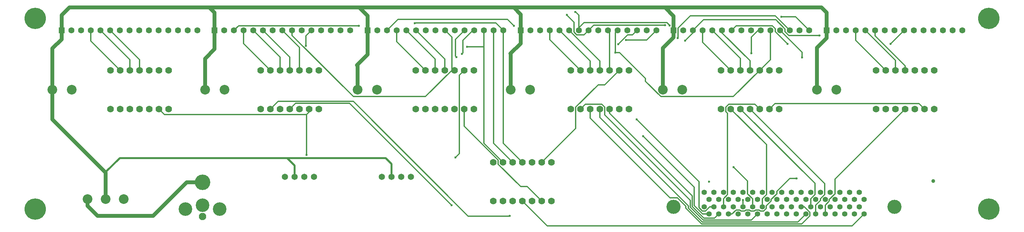
<source format=gbl>
%TF.GenerationSoftware,KiCad,Pcbnew,7.0.2-6a45011f42~172~ubuntu22.04.1*%
%TF.CreationDate,2023-06-12T08:45:28-07:00*%
%TF.ProjectId,arena,6172656e-612e-46b6-9963-61645f706362,rev?*%
%TF.SameCoordinates,Original*%
%TF.FileFunction,Copper,L4,Bot*%
%TF.FilePolarity,Positive*%
%FSLAX46Y46*%
G04 Gerber Fmt 4.6, Leading zero omitted, Abs format (unit mm)*
G04 Created by KiCad (PCBNEW 7.0.2-6a45011f42~172~ubuntu22.04.1) date 2023-06-12 08:45:28*
%MOMM*%
%LPD*%
G01*
G04 APERTURE LIST*
%TA.AperFunction,ComponentPad*%
%ADD10C,2.540000*%
%TD*%
%TA.AperFunction,ComponentPad*%
%ADD11R,1.600000X1.600000*%
%TD*%
%TA.AperFunction,ComponentPad*%
%ADD12C,1.600000*%
%TD*%
%TA.AperFunction,ComponentPad*%
%ADD13C,1.778000*%
%TD*%
%TA.AperFunction,ComponentPad*%
%ADD14C,1.651000*%
%TD*%
%TA.AperFunction,ComponentPad*%
%ADD15C,3.556000*%
%TD*%
%TA.AperFunction,ComponentPad*%
%ADD16C,1.930400*%
%TD*%
%TA.AperFunction,ComponentPad*%
%ADD17C,4.064000*%
%TD*%
%TA.AperFunction,ComponentPad*%
%ADD18C,1.400000*%
%TD*%
%TA.AperFunction,ComponentPad*%
%ADD19C,3.700000*%
%TD*%
%TA.AperFunction,ComponentPad*%
%ADD20C,5.600000*%
%TD*%
%TA.AperFunction,ViaPad*%
%ADD21C,0.600000*%
%TD*%
%TA.AperFunction,ViaPad*%
%ADD22C,1.000000*%
%TD*%
%TA.AperFunction,Conductor*%
%ADD23C,0.300000*%
%TD*%
%TA.AperFunction,Conductor*%
%ADD24C,1.000000*%
%TD*%
%TA.AperFunction,Conductor*%
%ADD25C,0.500000*%
%TD*%
G04 APERTURE END LIST*
D10*
%TO.P,C1,1*%
%TO.N,/VIN*%
X49530000Y-73660000D03*
%TO.P,C1,2*%
%TO.N,GND*%
X54610000Y-73660000D03*
%TD*%
%TO.P,C2,1*%
%TO.N,/VIN*%
X89535000Y-73660000D03*
%TO.P,C2,2*%
%TO.N,GND*%
X94615000Y-73660000D03*
%TD*%
%TO.P,C3,1*%
%TO.N,/VIN*%
X129540000Y-73660000D03*
%TO.P,C3,2*%
%TO.N,GND*%
X134620000Y-73660000D03*
%TD*%
%TO.P,C4,1*%
%TO.N,/VIN*%
X169672000Y-73660000D03*
%TO.P,C4,2*%
%TO.N,GND*%
X174752000Y-73660000D03*
%TD*%
%TO.P,C5,1*%
%TO.N,/VIN*%
X209550000Y-73660000D03*
%TO.P,C5,2*%
%TO.N,GND*%
X214630000Y-73660000D03*
%TD*%
D11*
%TO.P,P1,1*%
%TO.N,/VIN*%
X51970000Y-58100000D03*
D12*
%TO.P,P1,2*%
%TO.N,GND*%
X54510000Y-58100000D03*
%TO.P,P1,3*%
%TO.N,/RESET_PAN*%
X57050000Y-58100000D03*
%TO.P,P1,4*%
%TO.N,/SCK_0_5V*%
X59590000Y-58100000D03*
%TO.P,P1,5*%
%TO.N,/MOSI_0_5V*%
X62130000Y-58100000D03*
%TO.P,P1,6*%
%TO.N,/MISO_0_5V*%
X64670000Y-58100000D03*
%TO.P,P1,7*%
%TO.N,/CS_0_5V*%
X67210000Y-58100000D03*
%TO.P,P1,8*%
%TO.N,/CS_1_5V*%
X69750000Y-58100000D03*
%TO.P,P1,9*%
%TO.N,/CS_2_5V*%
X72290000Y-58100000D03*
%TO.P,P1,10*%
%TO.N,/CS_3_5V*%
X74830000Y-58100000D03*
%TO.P,P1,11*%
%TO.N,/CS_4_5V*%
X77370000Y-58100000D03*
%TO.P,P1,12*%
%TO.N,/CS_5_5V*%
X79910000Y-58100000D03*
%TO.P,P1,13*%
%TO.N,/CS_6_5V*%
X82450000Y-58100000D03*
%TO.P,P1,14*%
%TO.N,/CS_7_5V*%
X84990000Y-58100000D03*
%TO.P,P1,15*%
%TO.N,/EXT_INT_5V*%
X87530000Y-58100000D03*
%TD*%
D11*
%TO.P,P2,1*%
%TO.N,/VIN*%
X92070000Y-58100000D03*
D12*
%TO.P,P2,2*%
%TO.N,GND*%
X94610000Y-58100000D03*
%TO.P,P2,3*%
%TO.N,/RESET_PAN*%
X97150000Y-58100000D03*
%TO.P,P2,4*%
%TO.N,/SCK_1_5V*%
X99690000Y-58100000D03*
%TO.P,P2,5*%
%TO.N,/MOSI_1_5V*%
X102230000Y-58100000D03*
%TO.P,P2,6*%
%TO.N,/MISO_1_5V*%
X104770000Y-58100000D03*
%TO.P,P2,7*%
%TO.N,/CS_0_5V*%
X107310000Y-58100000D03*
%TO.P,P2,8*%
%TO.N,/CS_1_5V*%
X109850000Y-58100000D03*
%TO.P,P2,9*%
%TO.N,/CS_2_5V*%
X112390000Y-58100000D03*
%TO.P,P2,10*%
%TO.N,/CS_3_5V*%
X114930000Y-58100000D03*
%TO.P,P2,11*%
%TO.N,/CS_4_5V*%
X117470000Y-58100000D03*
%TO.P,P2,12*%
%TO.N,/CS_5_5V*%
X120010000Y-58100000D03*
%TO.P,P2,13*%
%TO.N,/CS_6_5V*%
X122550000Y-58100000D03*
%TO.P,P2,14*%
%TO.N,/CS_7_5V*%
X125090000Y-58100000D03*
%TO.P,P2,15*%
%TO.N,/EXT_INT_5V*%
X127630000Y-58100000D03*
%TD*%
D11*
%TO.P,P3,1*%
%TO.N,/VIN*%
X132170000Y-58100000D03*
D12*
%TO.P,P3,2*%
%TO.N,GND*%
X134710000Y-58100000D03*
%TO.P,P3,3*%
%TO.N,/RESET_PAN*%
X137250000Y-58100000D03*
%TO.P,P3,4*%
%TO.N,/SCK_2_5V*%
X139790000Y-58100000D03*
%TO.P,P3,5*%
%TO.N,/MOSI_2_5V*%
X142330000Y-58100000D03*
%TO.P,P3,6*%
%TO.N,/MISO_2_5V*%
X144870000Y-58100000D03*
%TO.P,P3,7*%
%TO.N,/CS_0_5V*%
X147410000Y-58100000D03*
%TO.P,P3,8*%
%TO.N,/CS_1_5V*%
X149950000Y-58100000D03*
%TO.P,P3,9*%
%TO.N,/CS_2_5V*%
X152490000Y-58100000D03*
%TO.P,P3,10*%
%TO.N,/CS_3_5V*%
X155030000Y-58100000D03*
%TO.P,P3,11*%
%TO.N,/CS_4_5V*%
X157570000Y-58100000D03*
%TO.P,P3,12*%
%TO.N,/CS_5_5V*%
X160110000Y-58100000D03*
%TO.P,P3,13*%
%TO.N,/CS_6_5V*%
X162650000Y-58100000D03*
%TO.P,P3,14*%
%TO.N,/CS_7_5V*%
X165190000Y-58100000D03*
%TO.P,P3,15*%
%TO.N,/EXT_INT_5V*%
X167730000Y-58100000D03*
%TD*%
D11*
%TO.P,P4,1*%
%TO.N,/VIN*%
X172300000Y-58100000D03*
D12*
%TO.P,P4,2*%
%TO.N,GND*%
X174840000Y-58100000D03*
%TO.P,P4,3*%
%TO.N,/RESET_PAN*%
X177380000Y-58100000D03*
%TO.P,P4,4*%
%TO.N,/SCK_3_5V*%
X179920000Y-58100000D03*
%TO.P,P4,5*%
%TO.N,/MOSI_3_5V*%
X182460000Y-58100000D03*
%TO.P,P4,6*%
%TO.N,/MISO_3_5V*%
X185000000Y-58100000D03*
%TO.P,P4,7*%
%TO.N,/CS_0_5V*%
X187540000Y-58100000D03*
%TO.P,P4,8*%
%TO.N,/CS_1_5V*%
X190080000Y-58100000D03*
%TO.P,P4,9*%
%TO.N,/CS_2_5V*%
X192620000Y-58100000D03*
%TO.P,P4,10*%
%TO.N,/CS_3_5V*%
X195160000Y-58100000D03*
%TO.P,P4,11*%
%TO.N,/CS_4_5V*%
X197700000Y-58100000D03*
%TO.P,P4,12*%
%TO.N,/CS_5_5V*%
X200240000Y-58100000D03*
%TO.P,P4,13*%
%TO.N,/CS_6_5V*%
X202780000Y-58100000D03*
%TO.P,P4,14*%
%TO.N,/CS_7_5V*%
X205320000Y-58100000D03*
%TO.P,P4,15*%
%TO.N,/EXT_INT_5V*%
X207860000Y-58100000D03*
%TD*%
D11*
%TO.P,P5,1*%
%TO.N,/VIN*%
X212370000Y-58100000D03*
D12*
%TO.P,P5,2*%
%TO.N,GND*%
X214910000Y-58100000D03*
%TO.P,P5,3*%
%TO.N,/RESET_PAN*%
X217450000Y-58100000D03*
%TO.P,P5,4*%
%TO.N,/SCK_4_5V*%
X219990000Y-58100000D03*
%TO.P,P5,5*%
%TO.N,/MOSI_4_5V*%
X222530000Y-58100000D03*
%TO.P,P5,6*%
%TO.N,/MISO_4_5V*%
X225070000Y-58100000D03*
%TO.P,P5,7*%
%TO.N,/CS_0_5V*%
X227610000Y-58100000D03*
%TO.P,P5,8*%
%TO.N,/CS_1_5V*%
X230150000Y-58100000D03*
%TO.P,P5,9*%
%TO.N,/CS_2_5V*%
X232690000Y-58100000D03*
%TO.P,P5,10*%
%TO.N,/CS_3_5V*%
X235230000Y-58100000D03*
%TO.P,P5,11*%
%TO.N,/CS_4_5V*%
X237770000Y-58100000D03*
%TO.P,P5,12*%
%TO.N,/CS_5_5V*%
X240310000Y-58100000D03*
%TO.P,P5,13*%
%TO.N,/CS_6_5V*%
X242850000Y-58100000D03*
%TO.P,P5,14*%
%TO.N,/CS_7_5V*%
X245390000Y-58100000D03*
%TO.P,P5,15*%
%TO.N,/EXT_INT_5V*%
X247930000Y-58100000D03*
%TD*%
D11*
%TO.P,P6,1*%
%TO.N,/VIN*%
X252470000Y-58100000D03*
D12*
%TO.P,P6,2*%
%TO.N,GND*%
X255010000Y-58100000D03*
%TO.P,P6,3*%
%TO.N,/RESET_PAN*%
X257550000Y-58100000D03*
%TO.P,P6,4*%
%TO.N,/SCK_5_5V*%
X260090000Y-58100000D03*
%TO.P,P6,5*%
%TO.N,/MOSI_5_5V*%
X262630000Y-58100000D03*
%TO.P,P6,6*%
%TO.N,/MISO_5_5V*%
X265170000Y-58100000D03*
%TO.P,P6,7*%
%TO.N,/CS_0_5V*%
X267710000Y-58100000D03*
%TO.P,P6,8*%
%TO.N,/CS_1_5V*%
X270250000Y-58100000D03*
%TO.P,P6,9*%
%TO.N,/CS_2_5V*%
X272790000Y-58100000D03*
%TO.P,P6,10*%
%TO.N,/CS_3_5V*%
X275330000Y-58100000D03*
%TO.P,P6,11*%
%TO.N,/CS_4_5V*%
X277870000Y-58100000D03*
%TO.P,P6,12*%
%TO.N,/CS_5_5V*%
X280410000Y-58100000D03*
%TO.P,P6,13*%
%TO.N,/CS_6_5V*%
X282950000Y-58100000D03*
%TO.P,P6,14*%
%TO.N,/CS_7_5V*%
X285490000Y-58100000D03*
%TO.P,P6,15*%
%TO.N,/EXT_INT_5V*%
X288030000Y-58100000D03*
%TD*%
D10*
%TO.P,SW1,1,A*%
%TO.N,/VIN_SW*%
X58750200Y-102400000D03*
%TO.P,SW1,2,B*%
%TO.N,/VIN*%
X63500000Y-102400000D03*
%TO.P,SW1,3,C*%
%TO.N,GND*%
X68249800Y-102400000D03*
%TD*%
D13*
%TO.P,U1,1,OE*%
%TO.N,unconnected-(U1-OE-Pad1)*%
X64770000Y-78740000D03*
%TO.P,U1,2,A1*%
%TO.N,/SCK_0_3V3*%
X67310000Y-78740000D03*
%TO.P,U1,3,A2*%
%TO.N,/MOSI_0_3V3*%
X69850000Y-78740000D03*
%TO.P,U1,4,A3*%
%TO.N,/MISO_0_3V3*%
X72390000Y-78740000D03*
%TO.P,U1,5,A4*%
%TO.N,/CS_0_3V3*%
X74930000Y-78740000D03*
%TO.P,U1,6,LV*%
%TO.N,/3V3*%
X77470000Y-78740000D03*
%TO.P,U1,7,GND*%
%TO.N,GND*%
X80010000Y-78740000D03*
%TO.P,U1,8,GND*%
X80010000Y-68580000D03*
%TO.P,U1,9,HV*%
%TO.N,/5V*%
X77470000Y-68580000D03*
%TO.P,U1,10,B4*%
%TO.N,/CS_0_5V*%
X74930000Y-68580000D03*
%TO.P,U1,11,B3*%
%TO.N,/MISO_0_5V*%
X72390000Y-68580000D03*
%TO.P,U1,12,B2*%
%TO.N,/MOSI_0_5V*%
X69850000Y-68580000D03*
%TO.P,U1,13,B1*%
%TO.N,/SCK_0_5V*%
X67310000Y-68580000D03*
%TO.P,U1,14,OE*%
%TO.N,unconnected-(U1-OE-Pad14)*%
X64770000Y-68580000D03*
%TD*%
%TO.P,U2,1,OE*%
%TO.N,unconnected-(U2-OE-Pad1)*%
X104140000Y-78740000D03*
%TO.P,U2,2,A1*%
%TO.N,/SCK_1_3V3*%
X106680000Y-78740000D03*
%TO.P,U2,3,A2*%
%TO.N,/MOSI_1_3V3*%
X109220000Y-78740000D03*
%TO.P,U2,4,A3*%
%TO.N,/MISO_1_3V3*%
X111760000Y-78740000D03*
%TO.P,U2,5,A4*%
%TO.N,/CS_1_3V3*%
X114300000Y-78740000D03*
%TO.P,U2,6,LV*%
%TO.N,/3V3*%
X116840000Y-78740000D03*
%TO.P,U2,7,GND*%
%TO.N,GND*%
X119380000Y-78740000D03*
%TO.P,U2,8,GND*%
X119380000Y-68580000D03*
%TO.P,U2,9,HV*%
%TO.N,/5V*%
X116840000Y-68580000D03*
%TO.P,U2,10,B4*%
%TO.N,/CS_1_5V*%
X114300000Y-68580000D03*
%TO.P,U2,11,B3*%
%TO.N,/MISO_1_5V*%
X111760000Y-68580000D03*
%TO.P,U2,12,B2*%
%TO.N,/MOSI_1_5V*%
X109220000Y-68580000D03*
%TO.P,U2,13,B1*%
%TO.N,/SCK_1_5V*%
X106680000Y-68580000D03*
%TO.P,U2,14,OE*%
%TO.N,unconnected-(U2-OE-Pad14)*%
X104140000Y-68580000D03*
%TD*%
%TO.P,U3,1,OE*%
%TO.N,unconnected-(U3-OE-Pad1)*%
X144780000Y-78740000D03*
%TO.P,U3,2,A1*%
%TO.N,/SCK_2_3V3*%
X147320000Y-78740000D03*
%TO.P,U3,3,A2*%
%TO.N,/MOSI_2_3V3*%
X149860000Y-78740000D03*
%TO.P,U3,4,A3*%
%TO.N,/MISO_2_3V3*%
X152400000Y-78740000D03*
%TO.P,U3,5,A4*%
%TO.N,/CS_2_3V3*%
X154940000Y-78740000D03*
%TO.P,U3,6,LV*%
%TO.N,/3V3*%
X157480000Y-78740000D03*
%TO.P,U3,7,GND*%
%TO.N,GND*%
X160020000Y-78740000D03*
%TO.P,U3,8,GND*%
X160020000Y-68580000D03*
%TO.P,U3,9,HV*%
%TO.N,/5V*%
X157480000Y-68580000D03*
%TO.P,U3,10,B4*%
%TO.N,/CS_2_5V*%
X154940000Y-68580000D03*
%TO.P,U3,11,B3*%
%TO.N,/MISO_2_5V*%
X152400000Y-68580000D03*
%TO.P,U3,12,B2*%
%TO.N,/MOSI_2_5V*%
X149860000Y-68580000D03*
%TO.P,U3,13,B1*%
%TO.N,/SCK_2_5V*%
X147320000Y-68580000D03*
%TO.P,U3,14,OE*%
%TO.N,unconnected-(U3-OE-Pad14)*%
X144780000Y-68580000D03*
%TD*%
%TO.P,U4,1,OE*%
%TO.N,unconnected-(U4-OE-Pad1)*%
X185420000Y-78740000D03*
%TO.P,U4,2,A1*%
%TO.N,/SCK_3_3V3*%
X187960000Y-78740000D03*
%TO.P,U4,3,A2*%
%TO.N,/MOSI_3_3V3*%
X190500000Y-78740000D03*
%TO.P,U4,4,A3*%
%TO.N,/MISO_3_3V3*%
X193040000Y-78740000D03*
%TO.P,U4,5,A4*%
%TO.N,/CS_3_3V3*%
X195580000Y-78740000D03*
%TO.P,U4,6,LV*%
%TO.N,/3V3*%
X198120000Y-78740000D03*
%TO.P,U4,7,GND*%
%TO.N,GND*%
X200660000Y-78740000D03*
%TO.P,U4,8,GND*%
X200660000Y-68580000D03*
%TO.P,U4,9,HV*%
%TO.N,/5V*%
X198120000Y-68580000D03*
%TO.P,U4,10,B4*%
%TO.N,/CS_3_5V*%
X195580000Y-68580000D03*
%TO.P,U4,11,B3*%
%TO.N,/MISO_3_5V*%
X193040000Y-68580000D03*
%TO.P,U4,12,B2*%
%TO.N,/MOSI_3_5V*%
X190500000Y-68580000D03*
%TO.P,U4,13,B1*%
%TO.N,/SCK_3_5V*%
X187960000Y-68580000D03*
%TO.P,U4,14,OE*%
%TO.N,unconnected-(U4-OE-Pad14)*%
X185420000Y-68580000D03*
%TD*%
%TO.P,U5,1,OE*%
%TO.N,unconnected-(U5-OE-Pad1)*%
X224790000Y-78740000D03*
%TO.P,U5,2,A1*%
%TO.N,/SCK_4_3V3*%
X227330000Y-78740000D03*
%TO.P,U5,3,A2*%
%TO.N,/MOSI_4_3V3*%
X229870000Y-78740000D03*
%TO.P,U5,4,A3*%
%TO.N,/MISO_4_3V3*%
X232410000Y-78740000D03*
%TO.P,U5,5,A4*%
%TO.N,/CS_4_3V3*%
X234950000Y-78740000D03*
%TO.P,U5,6,LV*%
%TO.N,/3V3*%
X237490000Y-78740000D03*
%TO.P,U5,7,GND*%
%TO.N,GND*%
X240030000Y-78740000D03*
%TO.P,U5,8,GND*%
X240030000Y-68580000D03*
%TO.P,U5,9,HV*%
%TO.N,/5V*%
X237490000Y-68580000D03*
%TO.P,U5,10,B4*%
%TO.N,/CS_4_5V*%
X234950000Y-68580000D03*
%TO.P,U5,11,B3*%
%TO.N,/MISO_4_5V*%
X232410000Y-68580000D03*
%TO.P,U5,12,B2*%
%TO.N,/MOSI_4_5V*%
X229870000Y-68580000D03*
%TO.P,U5,13,B1*%
%TO.N,/SCK_4_5V*%
X227330000Y-68580000D03*
%TO.P,U5,14,OE*%
%TO.N,unconnected-(U5-OE-Pad14)*%
X224790000Y-68580000D03*
%TD*%
%TO.P,U6,1,OE*%
%TO.N,unconnected-(U6-OE-Pad1)*%
X265430000Y-78740000D03*
%TO.P,U6,2,A1*%
%TO.N,/SCK_5_3V3*%
X267970000Y-78740000D03*
%TO.P,U6,3,A2*%
%TO.N,/MOSI_5_3V3*%
X270510000Y-78740000D03*
%TO.P,U6,4,A3*%
%TO.N,/MISO_5_3V3*%
X273050000Y-78740000D03*
%TO.P,U6,5,A4*%
%TO.N,/CS_5_3V3*%
X275590000Y-78740000D03*
%TO.P,U6,6,LV*%
%TO.N,/3V3*%
X278130000Y-78740000D03*
%TO.P,U6,7,GND*%
%TO.N,GND*%
X280670000Y-78740000D03*
%TO.P,U6,8,GND*%
X280670000Y-68580000D03*
%TO.P,U6,9,HV*%
%TO.N,/5V*%
X278130000Y-68580000D03*
%TO.P,U6,10,B4*%
%TO.N,/CS_5_5V*%
X275590000Y-68580000D03*
%TO.P,U6,11,B3*%
%TO.N,/MISO_5_5V*%
X273050000Y-68580000D03*
%TO.P,U6,12,B2*%
%TO.N,/MOSI_5_5V*%
X270510000Y-68580000D03*
%TO.P,U6,13,B1*%
%TO.N,/SCK_5_5V*%
X267970000Y-68580000D03*
%TO.P,U6,14,OE*%
%TO.N,unconnected-(U6-OE-Pad14)*%
X265430000Y-68580000D03*
%TD*%
%TO.P,U7,1,OE*%
%TO.N,unconnected-(U7-OE-Pad1)*%
X165100000Y-102870000D03*
%TO.P,U7,2,A1*%
%TO.N,/CS_6_3V3*%
X167640000Y-102870000D03*
%TO.P,U7,3,A2*%
%TO.N,/CS_7_3V3*%
X170180000Y-102870000D03*
%TO.P,U7,4,A3*%
%TO.N,/EXT_INT_3V3*%
X172720000Y-102870000D03*
%TO.P,U7,5,A4*%
%TO.N,unconnected-(U7-A4-Pad5)*%
X175260000Y-102870000D03*
%TO.P,U7,6,LV*%
%TO.N,/3V3*%
X177800000Y-102870000D03*
%TO.P,U7,7,GND*%
%TO.N,GND*%
X180340000Y-102870000D03*
%TO.P,U7,8,GND*%
X180340000Y-92710000D03*
%TO.P,U7,9,HV*%
%TO.N,/5V*%
X177800000Y-92710000D03*
%TO.P,U7,10,B4*%
%TO.N,unconnected-(U7-B4-Pad10)*%
X175260000Y-92710000D03*
%TO.P,U7,11,B3*%
%TO.N,/EXT_INT_5V*%
X172720000Y-92710000D03*
%TO.P,U7,12,B2*%
%TO.N,/CS_7_5V*%
X170180000Y-92710000D03*
%TO.P,U7,13,B1*%
%TO.N,/CS_6_5V*%
X167640000Y-92710000D03*
%TO.P,U7,14,OE*%
%TO.N,unconnected-(U7-OE-Pad14)*%
X165100000Y-92710000D03*
%TD*%
D14*
%TO.P,U8,1,~{SHDN}*%
%TO.N,unconnected-(U8-~{SHDN}-Pad1)*%
X110490000Y-96520000D03*
%TO.P,U8,2,VIN*%
%TO.N,/VIN*%
X113030000Y-96520000D03*
%TO.P,U8,3,GND*%
%TO.N,GND*%
X115570000Y-96520000D03*
%TO.P,U8,4,VOUT*%
%TO.N,/3V3*%
X118110000Y-96520000D03*
%TD*%
D15*
%TO.P,J1,*%
%TO.N,*%
X93395800Y-104966200D03*
D16*
X88900000Y-106972800D03*
D15*
X84404200Y-104966200D03*
D17*
%TO.P,J1,1*%
%TO.N,/VIN_SW*%
X88900000Y-97981200D03*
D15*
%TO.P,J1,2*%
%TO.N,GND*%
X88900000Y-103975600D03*
%TD*%
D18*
%TO.P,P7,1,P1*%
%TO.N,GND*%
X220345000Y-100585000D03*
%TO.P,P7,2,P2*%
X221615000Y-102490000D03*
%TO.P,P7,3,P3*%
X222885000Y-100585000D03*
%TO.P,P7,4,P4*%
%TO.N,unconnected-(P7-P4-Pad4)*%
X224155000Y-102490000D03*
%TO.P,P7,5,P5*%
%TO.N,unconnected-(P7-P5-Pad5)*%
X225425000Y-100585000D03*
%TO.P,P7,6,P6*%
%TO.N,unconnected-(P7-P6-Pad6)*%
X226695000Y-102490000D03*
%TO.P,P7,7,P7*%
%TO.N,unconnected-(P7-P7-Pad7)*%
X227965000Y-100585000D03*
%TO.P,P7,8,P8*%
%TO.N,unconnected-(P7-P8-Pad8)*%
X229235000Y-102490000D03*
%TO.P,P7,9,P9*%
%TO.N,unconnected-(P7-P9-Pad9)*%
X230505000Y-100585000D03*
%TO.P,P7,10,P10*%
%TO.N,unconnected-(P7-P10-Pad10)*%
X231775000Y-102490000D03*
%TO.P,P7,11,P11*%
%TO.N,unconnected-(P7-P11-Pad11)*%
X233045000Y-100585000D03*
%TO.P,P7,12,P12*%
%TO.N,unconnected-(P7-P12-Pad12)*%
X234315000Y-102490000D03*
%TO.P,P7,13,P13*%
%TO.N,unconnected-(P7-P13-Pad13)*%
X235585000Y-100585000D03*
%TO.P,P7,14,P14*%
%TO.N,unconnected-(P7-P14-Pad14)*%
X236855000Y-102490000D03*
%TO.P,P7,15,P15*%
%TO.N,unconnected-(P7-P15-Pad15)*%
X238125000Y-100585000D03*
%TO.P,P7,16,P16*%
%TO.N,unconnected-(P7-P16-Pad16)*%
X239395000Y-102490000D03*
%TO.P,P7,17,P17*%
%TO.N,unconnected-(P7-P17-Pad17)*%
X240665000Y-100585000D03*
%TO.P,P7,18,P18*%
%TO.N,unconnected-(P7-P18-Pad18)*%
X241935000Y-102490000D03*
%TO.P,P7,19,P19*%
%TO.N,unconnected-(P7-P19-Pad19)*%
X243205000Y-100585000D03*
%TO.P,P7,20,P20*%
%TO.N,unconnected-(P7-P20-Pad20)*%
X244475000Y-102490000D03*
%TO.P,P7,21,P21*%
%TO.N,unconnected-(P7-P21-Pad21)*%
X245745000Y-100585000D03*
%TO.P,P7,22,P22*%
%TO.N,unconnected-(P7-P22-Pad22)*%
X247015000Y-102490000D03*
%TO.P,P7,23,P23*%
%TO.N,unconnected-(P7-P23-Pad23)*%
X248285000Y-100585000D03*
%TO.P,P7,24,P24*%
%TO.N,unconnected-(P7-P24-Pad24)*%
X249555000Y-102490000D03*
%TO.P,P7,25*%
%TO.N,unconnected-(P7-Pad25)*%
X250825000Y-100585000D03*
%TO.P,P7,26,P26*%
%TO.N,unconnected-(P7-P26-Pad26)*%
X252095000Y-102490000D03*
%TO.P,P7,27,P27*%
%TO.N,unconnected-(P7-P27-Pad27)*%
X253365000Y-100585000D03*
%TO.P,P7,28,P28*%
%TO.N,unconnected-(P7-P28-Pad28)*%
X254635000Y-102490000D03*
%TO.P,P7,29,P29*%
%TO.N,unconnected-(P7-P29-Pad29)*%
X255905000Y-100585000D03*
%TO.P,P7,30,P30*%
%TO.N,unconnected-(P7-P30-Pad30)*%
X257175000Y-102490000D03*
%TO.P,P7,31,P31*%
%TO.N,unconnected-(P7-P31-Pad31)*%
X258445000Y-100585000D03*
%TO.P,P7,32,P32*%
%TO.N,unconnected-(P7-P32-Pad32)*%
X259715000Y-102490000D03*
%TO.P,P7,33,P33*%
%TO.N,unconnected-(P7-P33-Pad33)*%
X260985000Y-100585000D03*
%TO.P,P7,34,P34*%
%TO.N,/RESET*%
X262255000Y-102490000D03*
%TO.P,P7,35,P35*%
%TO.N,/CS_0_3V3*%
X220345000Y-104395000D03*
%TO.P,P7,36,P36*%
%TO.N,/CS_1_3V3*%
X221615000Y-106300000D03*
%TO.P,P7,37,P37*%
%TO.N,/CS_2_3V3*%
X222885000Y-104395000D03*
%TO.P,P7,38,P38*%
%TO.N,/CS_3_3V3*%
X224155000Y-106300000D03*
%TO.P,P7,39,P39*%
%TO.N,/CS_4_3V3*%
X225425000Y-104395000D03*
%TO.P,P7,40,P40*%
%TO.N,/CS_5_3V3*%
X226695000Y-106300000D03*
%TO.P,P7,41,P41*%
%TO.N,/CS_6_3V3*%
X227965000Y-104395000D03*
%TO.P,P7,42,P42*%
%TO.N,/CS_7_3V3*%
X229235000Y-106300000D03*
%TO.P,P7,43,P43*%
%TO.N,/SCK_0_3V3*%
X230505000Y-104395000D03*
%TO.P,P7,44,P44*%
%TO.N,/SCK_1_3V3*%
X231775000Y-106300000D03*
%TO.P,P7,45,P45*%
%TO.N,/SCK_2_3V3*%
X233045000Y-104395000D03*
%TO.P,P7,46,P46*%
%TO.N,/SCK_3_3V3*%
X234315000Y-106300000D03*
%TO.P,P7,47,P47*%
%TO.N,/SCK_4_3V3*%
X235585000Y-104395000D03*
%TO.P,P7,48,P48*%
%TO.N,/SCK_5_3V3*%
X236855000Y-106300000D03*
%TO.P,P7,49,P49*%
%TO.N,/MOSI_0_3V3*%
X238125000Y-104395000D03*
%TO.P,P7,50,P50*%
%TO.N,/MISO_0_3V3*%
X239395000Y-106300000D03*
%TO.P,P7,51,P51*%
%TO.N,/MOSI_1_3V3*%
X240665000Y-104395000D03*
%TO.P,P7,52,P52*%
%TO.N,/MISO_1_3V3*%
X241935000Y-106300000D03*
%TO.P,P7,53,P53*%
%TO.N,/MOSI_2_3V3*%
X243205000Y-104395000D03*
%TO.P,P7,54,P54*%
%TO.N,/MISO_2_3V3*%
X244475000Y-106300000D03*
%TO.P,P7,55,P55*%
%TO.N,/MOSI_3_3V3*%
X245745000Y-104395000D03*
%TO.P,P7,56,P56*%
%TO.N,/MISO_3_3V3*%
X247015000Y-106300000D03*
%TO.P,P7,57,P57*%
%TO.N,/MOSI_4_3V3*%
X248285000Y-104395000D03*
%TO.P,P7,58,P58*%
%TO.N,/MISO_4_3V3*%
X249555000Y-106300000D03*
%TO.P,P7,59,P59*%
%TO.N,/MOSI_5_3V3*%
X250825000Y-104395000D03*
%TO.P,P7,60,P60*%
%TO.N,/MISO_5_3V3*%
X252095000Y-106300000D03*
%TO.P,P7,61*%
%TO.N,unconnected-(P7-Pad61)*%
X253365000Y-104395000D03*
%TO.P,P7,62*%
%TO.N,unconnected-(P7-Pad62)*%
X254635000Y-106300000D03*
%TO.P,P7,63*%
%TO.N,unconnected-(P7-Pad63)*%
X255905000Y-104395000D03*
%TO.P,P7,64*%
%TO.N,unconnected-(P7-Pad64)*%
X257175000Y-106300000D03*
%TO.P,P7,65*%
%TO.N,unconnected-(P7-Pad65)*%
X258445000Y-104395000D03*
%TO.P,P7,66*%
%TO.N,unconnected-(P7-Pad66)*%
X259715000Y-106300000D03*
%TO.P,P7,67*%
%TO.N,unconnected-(P7-Pad67)*%
X260985000Y-104395000D03*
%TO.P,P7,68*%
%TO.N,/EXT_INT_3V3*%
X262255000Y-106300000D03*
D19*
%TO.P,P7,69*%
%TO.N,GND*%
X212345000Y-104395000D03*
%TO.P,P7,70*%
%TO.N,unconnected-(P7-Pad70)*%
X270255000Y-104395000D03*
%TD*%
D20*
%TO.P,H4,1,1*%
%TO.N,GND*%
X295000000Y-55000000D03*
%TD*%
%TO.P,H2,1,1*%
%TO.N,GND*%
X45000000Y-105000000D03*
%TD*%
%TO.P,H3,1,1*%
%TO.N,GND*%
X295000000Y-105000000D03*
%TD*%
D10*
%TO.P,C6,1*%
%TO.N,/VIN*%
X249936000Y-73660000D03*
%TO.P,C6,2*%
%TO.N,GND*%
X255016000Y-73660000D03*
%TD*%
D14*
%TO.P,U9,1,~{SHDN}*%
%TO.N,unconnected-(U9-~{SHDN}-Pad1)*%
X135890000Y-96520000D03*
%TO.P,U9,2,VIN*%
%TO.N,/VIN*%
X138430000Y-96520000D03*
%TO.P,U9,3,GND*%
%TO.N,GND*%
X140970000Y-96520000D03*
%TO.P,U9,4,VOUT*%
%TO.N,/5V*%
X143510000Y-96520000D03*
%TD*%
D20*
%TO.P,H1,1,1*%
%TO.N,GND*%
X45000000Y-55000000D03*
%TD*%
D21*
%TO.N,/3V3*%
X116168000Y-90789500D03*
%TO.N,/5V*%
X155196900Y-91417200D03*
%TO.N,/CS_0_5V*%
X211346200Y-56803000D03*
X186610000Y-53300000D03*
X242220000Y-61620000D03*
%TO.N,/CS_1_3V3*%
X204400000Y-85900000D03*
%TO.N,/CS_1_5V*%
X184420000Y-54050000D03*
X210166500Y-56749800D03*
%TO.N,/CS_2_3V3*%
X202650000Y-81450000D03*
%TO.N,/CS_2_5V*%
X269233400Y-61656600D03*
%TO.N,/CS_3_5V*%
X232780000Y-64060000D03*
%TO.N,/CS_4_5V*%
X197073900Y-63926100D03*
X116028800Y-62132500D03*
X155450000Y-65150000D03*
%TO.N,/CS_5_3V3*%
X244607000Y-96944400D03*
%TO.N,/CS_5_5V*%
X246040000Y-65220000D03*
X156910000Y-64230000D03*
%TO.N,/CS_6_5V*%
X197890000Y-61710000D03*
X213427200Y-60137000D03*
X158210000Y-62400000D03*
%TO.N,/EXT_INT_5V*%
X240600000Y-54500000D03*
X199900500Y-60620000D03*
X144552200Y-56210300D03*
%TO.N,/MISO_1_3V3*%
X154200000Y-104000000D03*
%TO.N,/RESET_PAN*%
X170534000Y-56903100D03*
X129846500Y-56877400D03*
X215420000Y-60840000D03*
X250618400Y-59471700D03*
%TO.N,/SCK_0_3V3*%
X230505000Y-102597400D03*
%TO.N,/SCK_1_3V3*%
X169450000Y-106750000D03*
%TO.N,/SCK_2_3V3*%
X228100000Y-94000000D03*
D22*
%TO.N,GND*%
X280400000Y-97600000D03*
D21*
X221620000Y-97780000D03*
%TD*%
D23*
%TO.N,/3V3*%
X237490000Y-78740000D02*
X238942800Y-77287200D01*
X166370000Y-93195900D02*
X172264900Y-99090800D01*
X238942800Y-77287200D02*
X276677200Y-77287200D01*
X116840000Y-79540600D02*
X116168000Y-80212600D01*
X116168000Y-90789500D02*
X116168000Y-80212600D01*
X116840000Y-78740000D02*
X116840000Y-79540600D01*
X174020800Y-99090800D02*
X177800000Y-102870000D01*
X157480000Y-83257400D02*
X166370000Y-92147400D01*
X157480000Y-78740000D02*
X157480000Y-83257400D01*
X166370000Y-92147400D02*
X166370000Y-93195900D01*
X172264900Y-99090800D02*
X174020800Y-99090800D01*
X276677200Y-77287200D02*
X278130000Y-78740000D01*
X116168000Y-80212600D02*
X78942600Y-80212600D01*
X78942600Y-80212600D02*
X77470000Y-78740000D01*
%TO.N,/5V*%
X177800000Y-92710000D02*
X186690000Y-83820000D01*
X186690000Y-78239600D02*
X192570400Y-72359200D01*
X156210000Y-69850000D02*
X157480000Y-68580000D01*
X155196900Y-91417200D02*
X156210000Y-90404100D01*
X186690000Y-83820000D02*
X186690000Y-78239600D01*
X156210000Y-90404100D02*
X156210000Y-69850000D01*
X192570400Y-72359200D02*
X194340800Y-72359200D01*
X194340800Y-72359200D02*
X198120000Y-68580000D01*
%TO.N,/CS_0_5V*%
X188884500Y-56072500D02*
X187510000Y-57447000D01*
X239040000Y-57708700D02*
X238248700Y-56917400D01*
X187510000Y-57447000D02*
X187510000Y-58100000D01*
X228792600Y-56917400D02*
X227610000Y-58100000D01*
X211346200Y-56803000D02*
X210615700Y-56072500D01*
X238248700Y-56917400D02*
X228792600Y-56917400D01*
X239040000Y-58470200D02*
X239040000Y-57708700D01*
X242220000Y-61620000D02*
X242189800Y-61620000D01*
X210615700Y-56072500D02*
X188884500Y-56072500D01*
X186610000Y-53300000D02*
X186670000Y-53300000D01*
X242189800Y-61620000D02*
X239040000Y-58470200D01*
X186670000Y-53300000D02*
X187510000Y-54140000D01*
X187510000Y-54140000D02*
X187510000Y-57447000D01*
%TO.N,/CS_1_3V3*%
X219989900Y-106300000D02*
X221615000Y-106300000D01*
X217735400Y-104045500D02*
X219989900Y-106300000D01*
X204400000Y-85900000D02*
X217735400Y-99235400D01*
X217735400Y-99235400D02*
X217735400Y-104045500D01*
%TO.N,/CS_1_5V*%
X186240000Y-55960000D02*
X186240000Y-58543700D01*
X184420000Y-54050000D02*
X184420000Y-54140000D01*
X114300000Y-68580000D02*
X114300000Y-62550000D01*
X188885800Y-59264200D02*
X191400200Y-56749800D01*
X114300000Y-62550000D02*
X109850000Y-58100000D01*
X186960500Y-59264200D02*
X188885800Y-59264200D01*
X184420000Y-54140000D02*
X186240000Y-55960000D01*
X186240000Y-58543700D02*
X186960500Y-59264200D01*
X191400200Y-56749800D02*
X210166500Y-56749800D01*
%TO.N,/CS_2_3V3*%
X202650000Y-81450000D02*
X219000000Y-97800000D01*
X219000000Y-104602700D02*
X219865100Y-105467800D01*
X220757400Y-105467800D02*
X221830200Y-104395000D01*
X221830200Y-104395000D02*
X222885000Y-104395000D01*
X219000000Y-97800000D02*
X219000000Y-104602700D01*
X219865100Y-105467800D02*
X220757400Y-105467800D01*
%TO.N,/CS_2_5V*%
X154939500Y-68579500D02*
X154940000Y-68580000D01*
X154226200Y-68579500D02*
X154226200Y-59836200D01*
X272790000Y-58100000D02*
X269233400Y-61656600D01*
X154226200Y-68579500D02*
X154939500Y-68579500D01*
X147325500Y-75480200D02*
X128441500Y-75480200D01*
X154226200Y-68579500D02*
X147325500Y-75480200D01*
X112390000Y-59428700D02*
X112390000Y-58100000D01*
X154226200Y-59836200D02*
X152490000Y-58100000D01*
X128441500Y-75480200D02*
X112390000Y-59428700D01*
%TO.N,/CS_3_3V3*%
X195580000Y-79880000D02*
X195580000Y-78740000D01*
X224155000Y-106300000D02*
X223095800Y-107359200D01*
X217235300Y-104302100D02*
X217235300Y-101535300D01*
X223095800Y-107359200D02*
X220292400Y-107359200D01*
X217235300Y-101535300D02*
X195580000Y-79880000D01*
X220292400Y-107359200D02*
X217235300Y-104302100D01*
%TO.N,/CS_3_5V*%
X195580000Y-68580000D02*
X195580000Y-58550000D01*
X195580000Y-58550000D02*
X195130000Y-58100000D01*
X234533100Y-58100000D02*
X235230000Y-58100000D01*
X232780000Y-59853100D02*
X234533100Y-58100000D01*
X232780000Y-64060000D02*
X232780000Y-59853100D01*
%TO.N,/CS_4_3V3*%
X225425000Y-104395000D02*
X225425000Y-102271800D01*
X226060000Y-78256800D02*
X226853500Y-77463300D01*
X226853500Y-77463300D02*
X233673300Y-77463300D01*
X225425000Y-102271800D02*
X226487300Y-101209500D01*
X226487300Y-101209500D02*
X226487300Y-79875300D01*
X226487300Y-79875300D02*
X226060000Y-79448000D01*
X226060000Y-79448000D02*
X226060000Y-78256800D01*
X233673300Y-77463300D02*
X234950000Y-78740000D01*
%TO.N,/CS_4_5V*%
X234950000Y-68580000D02*
X237770000Y-65760000D01*
X155205100Y-60464900D02*
X157570000Y-58100000D01*
X204985400Y-71432000D02*
X209038700Y-75485300D01*
X237770000Y-65760000D02*
X237770000Y-58100000D01*
X116028800Y-59541200D02*
X116028800Y-62132500D01*
X204985400Y-70710900D02*
X204985400Y-71432000D01*
X197073900Y-63926100D02*
X198200600Y-63926100D01*
X209038700Y-75485300D02*
X228044700Y-75485300D01*
X155450000Y-65150000D02*
X155205100Y-64905100D01*
X197073900Y-58696100D02*
X197670000Y-58100000D01*
X117470000Y-58100000D02*
X116028800Y-59541200D01*
X155205100Y-64905100D02*
X155205100Y-60464900D01*
X228044700Y-75485300D02*
X234950000Y-68580000D01*
X197073900Y-63926100D02*
X197073900Y-58696100D01*
X198200600Y-63926100D02*
X204985400Y-70710900D01*
%TO.N,/CS_5_3V3*%
X234815500Y-105212900D02*
X235096700Y-105494100D01*
X232545100Y-105482500D02*
X233545100Y-105482500D01*
X236678100Y-104152100D02*
X237948100Y-102882100D01*
X236678100Y-104787100D02*
X236678100Y-104152100D01*
X233814700Y-105212900D02*
X234815500Y-105212900D01*
X232275800Y-105213200D02*
X232545100Y-105482500D01*
X231274400Y-105213200D02*
X232275800Y-105213200D01*
X235971100Y-105494100D02*
X236678100Y-104787100D01*
X228733600Y-105214000D02*
X229736600Y-105214000D01*
X235096700Y-105494100D02*
X235971100Y-105494100D01*
X233545100Y-105482500D02*
X233814700Y-105212900D01*
X239406000Y-100351000D02*
X242812600Y-96944400D01*
X237948100Y-102448700D02*
X239406000Y-100990800D01*
X239406000Y-100990800D02*
X239406000Y-100351000D01*
X230005600Y-105483000D02*
X231004600Y-105483000D01*
X242812600Y-96944400D02*
X244607000Y-96944400D01*
X227647600Y-106300000D02*
X228733600Y-105214000D01*
X231004600Y-105483000D02*
X231274400Y-105213200D01*
X226695000Y-106300000D02*
X227647600Y-106300000D01*
X237948100Y-102882100D02*
X237948100Y-102448700D01*
X229736600Y-105214000D02*
X230005600Y-105483000D01*
%TO.N,/CS_5_5V*%
X157097500Y-64042500D02*
X157097500Y-60752700D01*
X246040000Y-63830000D02*
X246040000Y-65220000D01*
X159750200Y-58100000D02*
X160110000Y-58100000D01*
X240310000Y-58100000D02*
X246040000Y-63830000D01*
X157097500Y-60752700D02*
X159750200Y-58100000D01*
X156910000Y-64230000D02*
X157097500Y-64042500D01*
%TO.N,/CS_6_5V*%
X242850000Y-58100000D02*
X239050000Y-54300000D01*
X200309800Y-59290200D02*
X201559800Y-59290200D01*
X162650000Y-61065100D02*
X162650000Y-58100000D01*
X158210000Y-62400000D02*
X162430000Y-62400000D01*
X239050000Y-54300000D02*
X216728200Y-54300000D01*
X162650000Y-62620000D02*
X162650000Y-61065100D01*
X162430000Y-62400000D02*
X162650000Y-62620000D01*
X167640000Y-92710000D02*
X162650000Y-87720000D01*
X213520300Y-57507900D02*
X213520300Y-60043900D01*
X201559800Y-59290200D02*
X202750000Y-58100000D01*
X197890000Y-61710000D02*
X200309800Y-59290200D01*
X216728200Y-54300000D02*
X213520300Y-57507900D01*
X213520300Y-60043900D02*
X213427200Y-60137000D01*
X162650000Y-87720000D02*
X162650000Y-61065100D01*
%TO.N,/CS_7_5V*%
X170180000Y-92710000D02*
X165190000Y-87720000D01*
X165190000Y-87720000D02*
X165190000Y-58100000D01*
%TO.N,/EXT_INT_3V3*%
X179258000Y-109408000D02*
X172720000Y-102870000D01*
X259147000Y-109408000D02*
X179258000Y-109408000D01*
X262255000Y-106300000D02*
X259147000Y-109408000D01*
%TO.N,/EXT_INT_5V*%
X144622500Y-56140000D02*
X165770000Y-56140000D01*
X199920500Y-60640000D02*
X205290000Y-60640000D01*
X172720000Y-92710000D02*
X167730000Y-87720000D01*
X165770000Y-56140000D02*
X167730000Y-58100000D01*
X244330000Y-54500000D02*
X247930000Y-58100000D01*
X199900500Y-60620000D02*
X199920500Y-60640000D01*
X167730000Y-87720000D02*
X167730000Y-58100000D01*
X240600000Y-54500000D02*
X244330000Y-54500000D01*
X144552200Y-56210300D02*
X144622500Y-56140000D01*
X205290000Y-60640000D02*
X207830000Y-58100000D01*
%TO.N,/MISO_0_5V*%
X72390000Y-65820000D02*
X64670000Y-58100000D01*
X72390000Y-68580000D02*
X72390000Y-65820000D01*
%TO.N,/MISO_1_3V3*%
X113247300Y-77252700D02*
X111760000Y-78740000D01*
X127452700Y-77252700D02*
X113247300Y-77252700D01*
X154200000Y-104000000D02*
X127452700Y-77252700D01*
%TO.N,/MISO_1_5V*%
X111760000Y-68580000D02*
X111760000Y-65090000D01*
X111760000Y-65090000D02*
X104770000Y-58100000D01*
%TO.N,/MISO_2_5V*%
X152400000Y-65630000D02*
X144870000Y-58100000D01*
X152400000Y-68580000D02*
X152400000Y-65630000D01*
%TO.N,/MISO_3_3V3*%
X216235100Y-104114000D02*
X193040000Y-80918900D01*
X244940200Y-108374800D02*
X219877200Y-108374800D01*
X247015000Y-106300000D02*
X244940200Y-108374800D01*
X193040000Y-80918900D02*
X193040000Y-78740000D01*
X216235100Y-104732700D02*
X216235100Y-104114000D01*
X219877200Y-108374800D02*
X216235100Y-104732700D01*
%TO.N,/MISO_3_5V*%
X193040000Y-68580000D02*
X193040000Y-66170000D01*
X193040000Y-66170000D02*
X184970000Y-58100000D01*
%TO.N,/MISO_4_3V3*%
X249555000Y-103978300D02*
X250825000Y-102708300D01*
X249555000Y-106300000D02*
X249555000Y-103978300D01*
X250825000Y-102708300D02*
X250825000Y-102271800D01*
X251936200Y-101160600D02*
X251936200Y-98266200D01*
X251936200Y-98266200D02*
X232410000Y-78740000D01*
X250825000Y-102271800D02*
X251936200Y-101160600D01*
%TO.N,/MISO_4_5V*%
X225070000Y-58739600D02*
X232410000Y-66079600D01*
X232410000Y-66079600D02*
X232410000Y-68580000D01*
X225070000Y-58100000D02*
X225070000Y-58739600D01*
%TO.N,/MISO_5_3V3*%
X252095000Y-106300000D02*
X252095000Y-103975200D01*
X253188100Y-102448700D02*
X254635000Y-101001800D01*
X254635000Y-101001800D02*
X254635000Y-97155000D01*
X254635000Y-97155000D02*
X273050000Y-78740000D01*
X253188100Y-102882100D02*
X253188100Y-102448700D01*
X252095000Y-103975200D02*
X253188100Y-102882100D01*
%TO.N,/MISO_5_5V*%
X273050000Y-67428100D02*
X265170000Y-59548100D01*
X265170000Y-59548100D02*
X265170000Y-58100000D01*
X273050000Y-68580000D02*
X273050000Y-67428100D01*
%TO.N,/MOSI_0_5V*%
X69850000Y-65820000D02*
X69850000Y-68580000D01*
X62130000Y-58100000D02*
X69850000Y-65820000D01*
%TO.N,/MOSI_1_5V*%
X109220000Y-65090000D02*
X109220000Y-68580000D01*
X102230000Y-58100000D02*
X109220000Y-65090000D01*
%TO.N,/MOSI_2_5V*%
X149860000Y-65630000D02*
X149860000Y-68580000D01*
X142330000Y-58100000D02*
X149860000Y-65630000D01*
%TO.N,/MOSI_3_3V3*%
X215558300Y-104214187D02*
X213339113Y-101995000D01*
X245974700Y-108888600D02*
X219683500Y-108888600D01*
X245745000Y-104395000D02*
X246595000Y-104395000D01*
X219683500Y-108888600D02*
X215558300Y-104763400D01*
X248079900Y-106783400D02*
X245974700Y-108888600D01*
X211395000Y-101995000D02*
X190500000Y-81100000D01*
X215558300Y-104763400D02*
X215558300Y-104214187D01*
X246595000Y-104395000D02*
X248079900Y-105879900D01*
X248079900Y-105879900D02*
X248079900Y-106783400D01*
X213339113Y-101995000D02*
X211395000Y-101995000D01*
X190500000Y-81100000D02*
X190500000Y-78740000D01*
%TO.N,/MOSI_3_5V*%
X190500000Y-66170000D02*
X182430000Y-58100000D01*
X190500000Y-68580000D02*
X190500000Y-66170000D01*
%TO.N,/MOSI_4_3V3*%
X248285000Y-104395000D02*
X248285000Y-102271800D01*
X249393600Y-101163200D02*
X249393600Y-98263600D01*
X249393600Y-98263600D02*
X229870000Y-78740000D01*
X248285000Y-102271800D02*
X249393600Y-101163200D01*
%TO.N,/MOSI_4_5V*%
X222530000Y-58100000D02*
X229870000Y-65440000D01*
X229870000Y-65440000D02*
X229870000Y-68580000D01*
%TO.N,/MOSI_5_5V*%
X270510000Y-65980000D02*
X270510000Y-68580000D01*
X262630000Y-58100000D02*
X270510000Y-65980000D01*
%TO.N,/RESET_PAN*%
X215420000Y-60790000D02*
X215420000Y-60840000D01*
X140150000Y-55200000D02*
X168830900Y-55200000D01*
X241580000Y-58465100D02*
X242586600Y-59471700D01*
X239148300Y-55300000D02*
X241580000Y-57731700D01*
X97150000Y-58100000D02*
X98372600Y-56877400D01*
X241580000Y-57731700D02*
X241580000Y-58465100D01*
X168830900Y-55200000D02*
X170534000Y-56903100D01*
X98372600Y-56877400D02*
X129846500Y-56877400D01*
X217450000Y-58100000D02*
X217450000Y-58760000D01*
X137250000Y-58100000D02*
X140150000Y-55200000D01*
X220250000Y-55300000D02*
X239148300Y-55300000D01*
X217450000Y-58100000D02*
X220250000Y-55300000D01*
X217450000Y-58760000D02*
X215420000Y-60790000D01*
X242586600Y-59471700D02*
X250618400Y-59471700D01*
%TO.N,/SCK_0_3V3*%
X230505000Y-104395000D02*
X230505000Y-102597400D01*
%TO.N,/SCK_0_5V*%
X67310000Y-68580000D02*
X59590000Y-60860000D01*
X59590000Y-60860000D02*
X59590000Y-58100000D01*
%TO.N,/SCK_1_3V3*%
X108667500Y-76752500D02*
X106680000Y-78740000D01*
X169450000Y-106750000D02*
X169350000Y-106850000D01*
X158511200Y-106850000D02*
X128413700Y-76752500D01*
X128413700Y-76752500D02*
X108667500Y-76752500D01*
X169350000Y-106850000D02*
X158511200Y-106850000D01*
%TO.N,/SCK_1_5V*%
X106680000Y-68580000D02*
X99690000Y-61590000D01*
X99690000Y-61590000D02*
X99690000Y-58100000D01*
%TO.N,/SCK_2_3V3*%
X231763800Y-97663800D02*
X231763800Y-100990500D01*
X233045000Y-102271700D02*
X233045000Y-104395000D01*
X228100000Y-94000000D02*
X231763800Y-97663800D01*
X231763800Y-100990500D02*
X233045000Y-102271700D01*
%TO.N,/SCK_2_5V*%
X147320000Y-68580000D02*
X139790000Y-61050000D01*
X139790000Y-61050000D02*
X139790000Y-58100000D01*
%TO.N,/SCK_3_3V3*%
X194310000Y-78227600D02*
X193537900Y-77455500D01*
X216735200Y-102735200D02*
X194310000Y-80310000D01*
X234315000Y-106300000D02*
X232745300Y-107869700D01*
X189244500Y-77455500D02*
X187960000Y-78740000D01*
X216735200Y-104513900D02*
X216735200Y-102735200D01*
X220091000Y-107869700D02*
X216735200Y-104513900D01*
X193537900Y-77455500D02*
X189244500Y-77455500D01*
X232745300Y-107869700D02*
X220091000Y-107869700D01*
X194310000Y-80310000D02*
X194310000Y-78227600D01*
%TO.N,/SCK_3_5V*%
X187960000Y-68580000D02*
X179890000Y-60510000D01*
X179890000Y-60510000D02*
X179890000Y-58100000D01*
%TO.N,/SCK_4_3V3*%
X235585000Y-104395000D02*
X235585000Y-102271800D01*
X235585000Y-102271800D02*
X236682300Y-101174500D01*
X236682300Y-101174500D02*
X236682300Y-88092300D01*
X236682300Y-88092300D02*
X227330000Y-78740000D01*
%TO.N,/SCK_4_5V*%
X219990000Y-61240000D02*
X219990000Y-58100000D01*
X227330000Y-68580000D02*
X219990000Y-61240000D01*
%TO.N,/SCK_5_5V*%
X260090000Y-60700000D02*
X260090000Y-58100000D01*
X267970000Y-68580000D02*
X260090000Y-60700000D01*
D24*
%TO.N,/VIN*%
X252470000Y-53470000D02*
X252470000Y-58100000D01*
X90700000Y-52100000D02*
X54000000Y-52100000D01*
X249900000Y-62700000D02*
X249936000Y-62736000D01*
X132170000Y-58100000D02*
X132170000Y-64430000D01*
X170500000Y-52100000D02*
X172300000Y-53900000D01*
X90700000Y-52100000D02*
X130000000Y-52100000D01*
D25*
X111100000Y-91600000D02*
X136900000Y-91600000D01*
D24*
X89535000Y-65565000D02*
X89535000Y-73660000D01*
D25*
X113030000Y-93530000D02*
X113030000Y-96520000D01*
X67200000Y-91600000D02*
X111100000Y-91600000D01*
X136900000Y-91600000D02*
X138430000Y-93130000D01*
D24*
X49530000Y-81430000D02*
X63500000Y-95400000D01*
X54000000Y-52100000D02*
X51970000Y-54130000D01*
X210100000Y-52100000D02*
X212370000Y-54370000D01*
X252470000Y-60130000D02*
X249900000Y-62700000D01*
D25*
X111100000Y-91600000D02*
X113030000Y-93530000D01*
X63500000Y-95400000D02*
X63500000Y-95300000D01*
D24*
X92070000Y-53470000D02*
X90700000Y-52100000D01*
X170500000Y-52100000D02*
X210100000Y-52100000D01*
X209550000Y-62750000D02*
X209550000Y-73660000D01*
X172270000Y-53930000D02*
X172270000Y-58100000D01*
X49530000Y-73660000D02*
X49530000Y-62870000D01*
X169672000Y-64272000D02*
X169672000Y-73660000D01*
X130000000Y-52100000D02*
X132170000Y-54270000D01*
X51970000Y-60430000D02*
X51970000Y-58100000D01*
X249936000Y-62736000D02*
X249936000Y-73660000D01*
X63500000Y-95400000D02*
X63500000Y-102400000D01*
X212370000Y-59930000D02*
X209550000Y-62750000D01*
X212370000Y-58100000D02*
X212370000Y-59930000D01*
X169600000Y-64200000D02*
X169672000Y-64272000D01*
X172270000Y-61530000D02*
X169600000Y-64200000D01*
X51970000Y-54130000D02*
X51970000Y-58100000D01*
D25*
X138430000Y-93130000D02*
X138430000Y-96520000D01*
D24*
X92070000Y-58100000D02*
X92070000Y-53470000D01*
X172270000Y-58100000D02*
X172270000Y-61530000D01*
X129400000Y-67200000D02*
X129540000Y-67340000D01*
X92070000Y-58100000D02*
X92070000Y-63030000D01*
X210100000Y-52100000D02*
X251100000Y-52100000D01*
X132170000Y-64430000D02*
X129400000Y-67200000D01*
X132170000Y-54270000D02*
X132170000Y-58100000D01*
X49530000Y-73660000D02*
X49530000Y-81430000D01*
X251100000Y-52100000D02*
X252470000Y-53470000D01*
X130000000Y-52100000D02*
X170500000Y-52100000D01*
X129540000Y-67340000D02*
X129540000Y-73660000D01*
X212370000Y-54370000D02*
X212370000Y-58100000D01*
D25*
X63500000Y-95300000D02*
X67200000Y-91600000D01*
D24*
X172300000Y-53900000D02*
X172270000Y-53930000D01*
X252470000Y-58100000D02*
X252470000Y-60130000D01*
X92070000Y-63030000D02*
X89535000Y-65565000D01*
X49530000Y-62870000D02*
X51970000Y-60430000D01*
%TO.N,/VIN_SW*%
X75900000Y-106800000D02*
X61400000Y-106800000D01*
X61400000Y-106800000D02*
X58750200Y-104150000D01*
X84718800Y-97981200D02*
X75900000Y-106800000D01*
X58750200Y-104150000D02*
X58750200Y-102400000D01*
X88900000Y-97981200D02*
X84718800Y-97981200D01*
%TD*%
M02*

</source>
